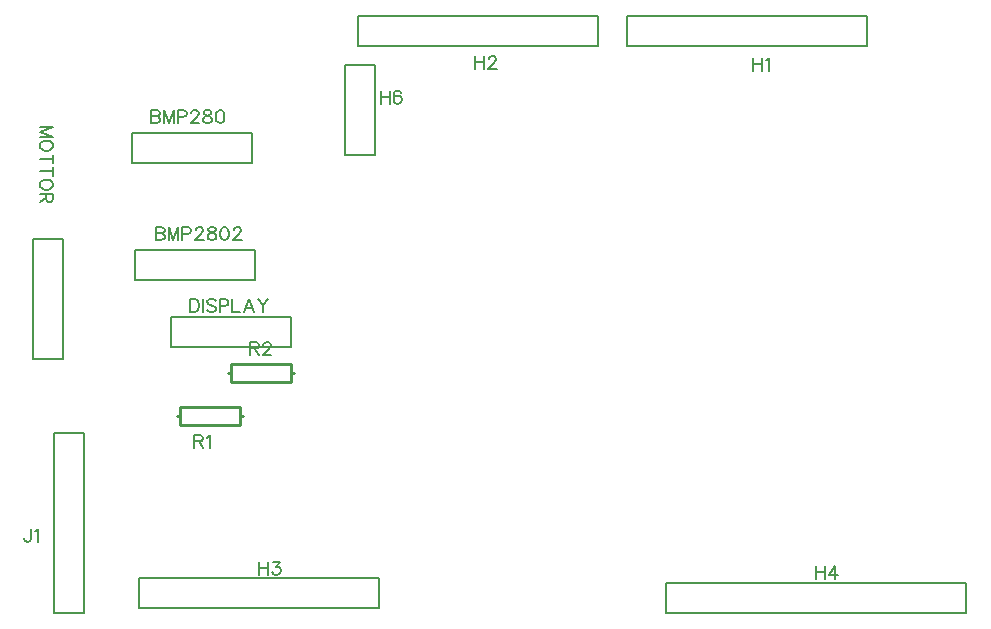
<source format=gto>
G04 Layer: TopSilkLayer*
G04 EasyEDA v6.3.43, 2020-05-24T14:32:55--3:00*
G04 a60beb115e6d4cc6af766ae4472ff299,4133ba2459604e99bbbe5cdf154db1fe,10*
G04 Gerber Generator version 0.2*
G04 Scale: 100 percent, Rotated: No, Reflected: No *
G04 Dimensions in millimeters *
G04 leading zeros omitted , absolute positions ,3 integer and 3 decimal *
%FSLAX33Y33*%
%MOMM*%
G90*
G71D02*

%ADD10C,0.254000*%
%ADD26C,0.203200*%
%ADD27C,0.202999*%
%ADD28C,0.152400*%

%LPD*%
G54D26*
G01X10411Y16129D02*
G01X10411Y18034D01*
G01X7871Y18034D01*
G01X7871Y2794D01*
G01X10411Y2794D01*
G54D27*
G01X10411Y2794D02*
G01X10411Y16129D01*
G54D26*
G01X56385Y50800D02*
G01X56385Y53340D01*
G01X76705Y53340D01*
G01X76705Y50800D01*
G01X74800Y50800D01*
G54D27*
G01X56385Y50800D02*
G01X74800Y50800D01*
G54D26*
G01X33652Y50800D02*
G01X33652Y53340D01*
G01X53972Y53340D01*
G01X53972Y50800D01*
G01X52067Y50800D01*
G54D27*
G01X33652Y50800D02*
G01X52067Y50800D01*
G54D26*
G01X35430Y5715D02*
G01X35430Y3175D01*
G01X15110Y3175D01*
G01X15110Y5715D01*
G01X17015Y5715D01*
G54D27*
G01X35430Y5715D02*
G01X17015Y5715D01*
G54D26*
G01X35049Y44069D02*
G01X35049Y41529D01*
G01X32534Y41529D01*
G01X32534Y49149D01*
G01X35049Y49149D01*
G01X35049Y44069D01*
G01X61592Y5334D02*
G01X59687Y5334D01*
G01X59687Y2794D01*
G01X85087Y2794D01*
G01X85087Y5334D01*
G54D27*
G01X85087Y5334D02*
G01X61592Y5334D01*
G54D26*
G01X17777Y25273D02*
G01X17777Y27813D01*
G01X27937Y27813D01*
G01X27937Y25273D01*
G01X26032Y25273D01*
G54D27*
G01X17777Y25273D02*
G01X26032Y25273D01*
G54D26*
G01X24635Y43434D02*
G01X24635Y40894D01*
G01X14475Y40894D01*
G01X14475Y43434D01*
G01X16380Y43434D01*
G54D27*
G01X24635Y43434D02*
G01X16380Y43434D01*
G54D26*
G01X24889Y33528D02*
G01X24889Y30988D01*
G01X14729Y30988D01*
G01X14729Y33528D01*
G01X16634Y33528D01*
G54D27*
G01X24889Y33528D02*
G01X16634Y33528D01*
G54D26*
G01X8633Y24257D02*
G01X6093Y24257D01*
G01X6093Y34417D01*
G01X8633Y34417D01*
G01X8633Y32512D01*
G54D27*
G01X8633Y24257D02*
G01X8633Y32512D01*
G54D10*
G01X27937Y23114D02*
G01X28191Y23114D01*
G01X22857Y23114D02*
G01X22603Y23114D01*
G01X27937Y23114D02*
G01X27937Y22352D01*
G01X27937Y23876D02*
G01X27937Y23114D01*
G01X22857Y23876D02*
G01X27937Y23876D01*
G01X22857Y23114D02*
G01X22857Y23876D01*
G01X22857Y22352D02*
G01X22857Y23114D01*
G01X27937Y22352D02*
G01X22857Y22352D01*
G01X23619Y19431D02*
G01X23873Y19431D01*
G01X18539Y19431D02*
G01X18285Y19431D01*
G01X23619Y19431D02*
G01X23619Y18669D01*
G01X23619Y20193D02*
G01X23619Y19431D01*
G01X18539Y20193D02*
G01X23619Y20193D01*
G01X18539Y19431D02*
G01X18539Y20193D01*
G01X18539Y18669D02*
G01X18539Y19431D01*
G01X23619Y18669D02*
G01X18539Y18669D01*
G54D28*
G01X5898Y9889D02*
G01X5898Y9058D01*
G01X5845Y8901D01*
G01X5794Y8850D01*
G01X5690Y8799D01*
G01X5586Y8799D01*
G01X5482Y8850D01*
G01X5428Y8901D01*
G01X5377Y9058D01*
G01X5377Y9163D01*
G01X6241Y9681D02*
G01X6343Y9734D01*
G01X6500Y9889D01*
G01X6500Y8799D01*
G01X67053Y49794D02*
G01X67053Y48704D01*
G01X67779Y49794D02*
G01X67779Y48704D01*
G01X67053Y49276D02*
G01X67779Y49276D01*
G01X68122Y49585D02*
G01X68226Y49639D01*
G01X68383Y49794D01*
G01X68383Y48704D01*
G01X43558Y49921D02*
G01X43558Y48831D01*
G01X44284Y49921D02*
G01X44284Y48831D01*
G01X43558Y49403D02*
G01X44284Y49403D01*
G01X44680Y49662D02*
G01X44680Y49712D01*
G01X44731Y49817D01*
G01X44784Y49870D01*
G01X44888Y49921D01*
G01X45094Y49921D01*
G01X45198Y49870D01*
G01X45252Y49817D01*
G01X45302Y49712D01*
G01X45302Y49608D01*
G01X45252Y49504D01*
G01X45148Y49349D01*
G01X44627Y48831D01*
G01X45356Y48831D01*
G01X25270Y7122D02*
G01X25270Y6032D01*
G01X25996Y7122D02*
G01X25996Y6032D01*
G01X25270Y6604D02*
G01X25996Y6604D01*
G01X26443Y7122D02*
G01X27014Y7122D01*
G01X26705Y6705D01*
G01X26860Y6705D01*
G01X26964Y6654D01*
G01X27014Y6604D01*
G01X27068Y6446D01*
G01X27068Y6342D01*
G01X27014Y6187D01*
G01X26910Y6083D01*
G01X26755Y6032D01*
G01X26600Y6032D01*
G01X26443Y6083D01*
G01X26392Y6134D01*
G01X26339Y6238D01*
G01X35557Y47000D02*
G01X35557Y45910D01*
G01X36283Y47000D02*
G01X36283Y45910D01*
G01X35557Y46482D02*
G01X36283Y46482D01*
G01X37251Y46845D02*
G01X37197Y46949D01*
G01X37042Y47000D01*
G01X36938Y47000D01*
G01X36783Y46949D01*
G01X36679Y46791D01*
G01X36626Y46532D01*
G01X36626Y46273D01*
G01X36679Y46065D01*
G01X36783Y45961D01*
G01X36938Y45910D01*
G01X36992Y45910D01*
G01X37147Y45961D01*
G01X37251Y46065D01*
G01X37301Y46220D01*
G01X37301Y46273D01*
G01X37251Y46428D01*
G01X37147Y46532D01*
G01X36992Y46583D01*
G01X36938Y46583D01*
G01X36783Y46532D01*
G01X36679Y46428D01*
G01X36626Y46273D01*
G01X72387Y6741D02*
G01X72387Y5651D01*
G01X73113Y6741D02*
G01X73113Y5651D01*
G01X72387Y6223D02*
G01X73113Y6223D01*
G01X73977Y6741D02*
G01X73456Y6014D01*
G01X74236Y6014D01*
G01X73977Y6741D02*
G01X73977Y5651D01*
G01X19428Y29347D02*
G01X19428Y28257D01*
G01X19428Y29347D02*
G01X19791Y29347D01*
G01X19948Y29296D01*
G01X20050Y29192D01*
G01X20103Y29088D01*
G01X20154Y28930D01*
G01X20154Y28671D01*
G01X20103Y28516D01*
G01X20050Y28412D01*
G01X19948Y28308D01*
G01X19791Y28257D01*
G01X19428Y28257D01*
G01X20497Y29347D02*
G01X20497Y28257D01*
G01X21569Y29192D02*
G01X21465Y29296D01*
G01X21307Y29347D01*
G01X21101Y29347D01*
G01X20944Y29296D01*
G01X20840Y29192D01*
G01X20840Y29088D01*
G01X20893Y28983D01*
G01X20944Y28930D01*
G01X21048Y28879D01*
G01X21360Y28775D01*
G01X21465Y28724D01*
G01X21515Y28671D01*
G01X21569Y28567D01*
G01X21569Y28412D01*
G01X21465Y28308D01*
G01X21307Y28257D01*
G01X21101Y28257D01*
G01X20944Y28308D01*
G01X20840Y28412D01*
G01X21912Y29347D02*
G01X21912Y28257D01*
G01X21912Y29347D02*
G01X22379Y29347D01*
G01X22534Y29296D01*
G01X22587Y29243D01*
G01X22638Y29138D01*
G01X22638Y28983D01*
G01X22587Y28879D01*
G01X22534Y28829D01*
G01X22379Y28775D01*
G01X21912Y28775D01*
G01X22981Y29347D02*
G01X22981Y28257D01*
G01X22981Y28257D02*
G01X23606Y28257D01*
G01X24363Y29347D02*
G01X23949Y28257D01*
G01X24363Y29347D02*
G01X24779Y28257D01*
G01X24104Y28620D02*
G01X24622Y28620D01*
G01X25122Y29347D02*
G01X25536Y28829D01*
G01X25536Y28257D01*
G01X25953Y29347D02*
G01X25536Y28829D01*
G01X16126Y45349D02*
G01X16126Y44259D01*
G01X16126Y45349D02*
G01X16593Y45349D01*
G01X16748Y45298D01*
G01X16801Y45245D01*
G01X16852Y45140D01*
G01X16852Y45036D01*
G01X16801Y44932D01*
G01X16748Y44881D01*
G01X16593Y44831D01*
G01X16126Y44831D02*
G01X16593Y44831D01*
G01X16748Y44777D01*
G01X16801Y44726D01*
G01X16852Y44622D01*
G01X16852Y44465D01*
G01X16801Y44361D01*
G01X16748Y44310D01*
G01X16593Y44259D01*
G01X16126Y44259D01*
G01X17195Y45349D02*
G01X17195Y44259D01*
G01X17195Y45349D02*
G01X17611Y44259D01*
G01X18028Y45349D02*
G01X17611Y44259D01*
G01X18028Y45349D02*
G01X18028Y44259D01*
G01X18371Y45349D02*
G01X18371Y44259D01*
G01X18371Y45349D02*
G01X18838Y45349D01*
G01X18993Y45298D01*
G01X19047Y45245D01*
G01X19097Y45140D01*
G01X19097Y44985D01*
G01X19047Y44881D01*
G01X18993Y44831D01*
G01X18838Y44777D01*
G01X18371Y44777D01*
G01X19491Y45090D02*
G01X19491Y45140D01*
G01X19544Y45245D01*
G01X19595Y45298D01*
G01X19699Y45349D01*
G01X19908Y45349D01*
G01X20012Y45298D01*
G01X20063Y45245D01*
G01X20116Y45140D01*
G01X20116Y45036D01*
G01X20063Y44932D01*
G01X19961Y44777D01*
G01X19440Y44259D01*
G01X20167Y44259D01*
G01X20771Y45349D02*
G01X20614Y45298D01*
G01X20563Y45194D01*
G01X20563Y45090D01*
G01X20614Y44985D01*
G01X20718Y44932D01*
G01X20926Y44881D01*
G01X21081Y44831D01*
G01X21185Y44726D01*
G01X21239Y44622D01*
G01X21239Y44465D01*
G01X21185Y44361D01*
G01X21134Y44310D01*
G01X20977Y44259D01*
G01X20771Y44259D01*
G01X20614Y44310D01*
G01X20563Y44361D01*
G01X20510Y44465D01*
G01X20510Y44622D01*
G01X20563Y44726D01*
G01X20667Y44831D01*
G01X20822Y44881D01*
G01X21030Y44932D01*
G01X21134Y44985D01*
G01X21185Y45090D01*
G01X21185Y45194D01*
G01X21134Y45298D01*
G01X20977Y45349D01*
G01X20771Y45349D01*
G01X21891Y45349D02*
G01X21736Y45298D01*
G01X21632Y45140D01*
G01X21581Y44881D01*
G01X21581Y44726D01*
G01X21632Y44465D01*
G01X21736Y44310D01*
G01X21891Y44259D01*
G01X21995Y44259D01*
G01X22153Y44310D01*
G01X22257Y44465D01*
G01X22308Y44726D01*
G01X22308Y44881D01*
G01X22257Y45140D01*
G01X22153Y45298D01*
G01X21995Y45349D01*
G01X21891Y45349D01*
G01X16507Y35443D02*
G01X16507Y34353D01*
G01X16507Y35443D02*
G01X16974Y35443D01*
G01X17129Y35392D01*
G01X17182Y35339D01*
G01X17233Y35234D01*
G01X17233Y35130D01*
G01X17182Y35026D01*
G01X17129Y34975D01*
G01X16974Y34925D01*
G01X16507Y34925D02*
G01X16974Y34925D01*
G01X17129Y34871D01*
G01X17182Y34820D01*
G01X17233Y34716D01*
G01X17233Y34559D01*
G01X17182Y34455D01*
G01X17129Y34404D01*
G01X16974Y34353D01*
G01X16507Y34353D01*
G01X17576Y35443D02*
G01X17576Y34353D01*
G01X17576Y35443D02*
G01X17992Y34353D01*
G01X18409Y35443D02*
G01X17992Y34353D01*
G01X18409Y35443D02*
G01X18409Y34353D01*
G01X18752Y35443D02*
G01X18752Y34353D01*
G01X18752Y35443D02*
G01X19219Y35443D01*
G01X19374Y35392D01*
G01X19428Y35339D01*
G01X19478Y35234D01*
G01X19478Y35079D01*
G01X19428Y34975D01*
G01X19374Y34925D01*
G01X19219Y34871D01*
G01X18752Y34871D01*
G01X19872Y35184D02*
G01X19872Y35234D01*
G01X19925Y35339D01*
G01X19976Y35392D01*
G01X20080Y35443D01*
G01X20289Y35443D01*
G01X20393Y35392D01*
G01X20444Y35339D01*
G01X20497Y35234D01*
G01X20497Y35130D01*
G01X20444Y35026D01*
G01X20342Y34871D01*
G01X19821Y34353D01*
G01X20548Y34353D01*
G01X21152Y35443D02*
G01X20995Y35392D01*
G01X20944Y35288D01*
G01X20944Y35184D01*
G01X20995Y35079D01*
G01X21099Y35026D01*
G01X21307Y34975D01*
G01X21462Y34925D01*
G01X21566Y34820D01*
G01X21620Y34716D01*
G01X21620Y34559D01*
G01X21566Y34455D01*
G01X21515Y34404D01*
G01X21358Y34353D01*
G01X21152Y34353D01*
G01X20995Y34404D01*
G01X20944Y34455D01*
G01X20891Y34559D01*
G01X20891Y34716D01*
G01X20944Y34820D01*
G01X21048Y34925D01*
G01X21203Y34975D01*
G01X21411Y35026D01*
G01X21515Y35079D01*
G01X21566Y35184D01*
G01X21566Y35288D01*
G01X21515Y35392D01*
G01X21358Y35443D01*
G01X21152Y35443D01*
G01X22272Y35443D02*
G01X22117Y35392D01*
G01X22013Y35234D01*
G01X21962Y34975D01*
G01X21962Y34820D01*
G01X22013Y34559D01*
G01X22117Y34404D01*
G01X22272Y34353D01*
G01X22376Y34353D01*
G01X22534Y34404D01*
G01X22638Y34559D01*
G01X22689Y34820D01*
G01X22689Y34975D01*
G01X22638Y35234D01*
G01X22534Y35392D01*
G01X22376Y35443D01*
G01X22272Y35443D01*
G01X23085Y35184D02*
G01X23085Y35234D01*
G01X23136Y35339D01*
G01X23187Y35392D01*
G01X23291Y35443D01*
G01X23499Y35443D01*
G01X23603Y35392D01*
G01X23657Y35339D01*
G01X23707Y35234D01*
G01X23707Y35130D01*
G01X23657Y35026D01*
G01X23552Y34871D01*
G01X23032Y34353D01*
G01X23758Y34353D01*
G01X7754Y43942D02*
G01X6664Y43942D01*
G01X7754Y43942D02*
G01X6664Y43525D01*
G01X7754Y43111D02*
G01X6664Y43525D01*
G01X7754Y43111D02*
G01X6664Y43111D01*
G01X7754Y42456D02*
G01X7703Y42560D01*
G01X7599Y42664D01*
G01X7495Y42715D01*
G01X7337Y42768D01*
G01X7078Y42768D01*
G01X6923Y42715D01*
G01X6819Y42664D01*
G01X6715Y42560D01*
G01X6664Y42456D01*
G01X6664Y42247D01*
G01X6715Y42143D01*
G01X6819Y42039D01*
G01X6923Y41988D01*
G01X7078Y41935D01*
G01X7337Y41935D01*
G01X7495Y41988D01*
G01X7599Y42039D01*
G01X7703Y42143D01*
G01X7754Y42247D01*
G01X7754Y42456D01*
G01X7754Y41229D02*
G01X6664Y41229D01*
G01X7754Y41592D02*
G01X7754Y40866D01*
G01X7754Y40159D02*
G01X6664Y40159D01*
G01X7754Y40523D02*
G01X7754Y39796D01*
G01X7754Y39141D02*
G01X7703Y39245D01*
G01X7599Y39349D01*
G01X7495Y39400D01*
G01X7337Y39453D01*
G01X7078Y39453D01*
G01X6923Y39400D01*
G01X6819Y39349D01*
G01X6715Y39245D01*
G01X6664Y39141D01*
G01X6664Y38933D01*
G01X6715Y38828D01*
G01X6819Y38724D01*
G01X6923Y38674D01*
G01X7078Y38620D01*
G01X7337Y38620D01*
G01X7495Y38674D01*
G01X7599Y38724D01*
G01X7703Y38828D01*
G01X7754Y38933D01*
G01X7754Y39141D01*
G01X7754Y38277D02*
G01X6664Y38277D01*
G01X7754Y38277D02*
G01X7754Y37810D01*
G01X7703Y37655D01*
G01X7650Y37604D01*
G01X7545Y37551D01*
G01X7441Y37551D01*
G01X7337Y37604D01*
G01X7286Y37655D01*
G01X7236Y37810D01*
G01X7236Y38277D01*
G01X7236Y37914D02*
G01X6664Y37551D01*
G01X24487Y25717D02*
G01X24487Y24627D01*
G01X24487Y25717D02*
G01X24955Y25717D01*
G01X25109Y25666D01*
G01X25163Y25613D01*
G01X25214Y25509D01*
G01X25214Y25405D01*
G01X25163Y25300D01*
G01X25109Y25250D01*
G01X24955Y25199D01*
G01X24487Y25199D01*
G01X24850Y25199D02*
G01X25214Y24627D01*
G01X25610Y25458D02*
G01X25610Y25509D01*
G01X25661Y25613D01*
G01X25714Y25666D01*
G01X25818Y25717D01*
G01X26024Y25717D01*
G01X26128Y25666D01*
G01X26181Y25613D01*
G01X26232Y25509D01*
G01X26232Y25405D01*
G01X26181Y25300D01*
G01X26077Y25146D01*
G01X25557Y24627D01*
G01X26286Y24627D01*
G01X19748Y17843D02*
G01X19748Y16753D01*
G01X19748Y17843D02*
G01X20215Y17843D01*
G01X20370Y17792D01*
G01X20423Y17739D01*
G01X20474Y17635D01*
G01X20474Y17531D01*
G01X20423Y17426D01*
G01X20370Y17376D01*
G01X20215Y17325D01*
G01X19748Y17325D01*
G01X20111Y17325D02*
G01X20474Y16753D01*
G01X20817Y17635D02*
G01X20921Y17688D01*
G01X21079Y17843D01*
G01X21079Y16753D01*
M00*
M02*

</source>
